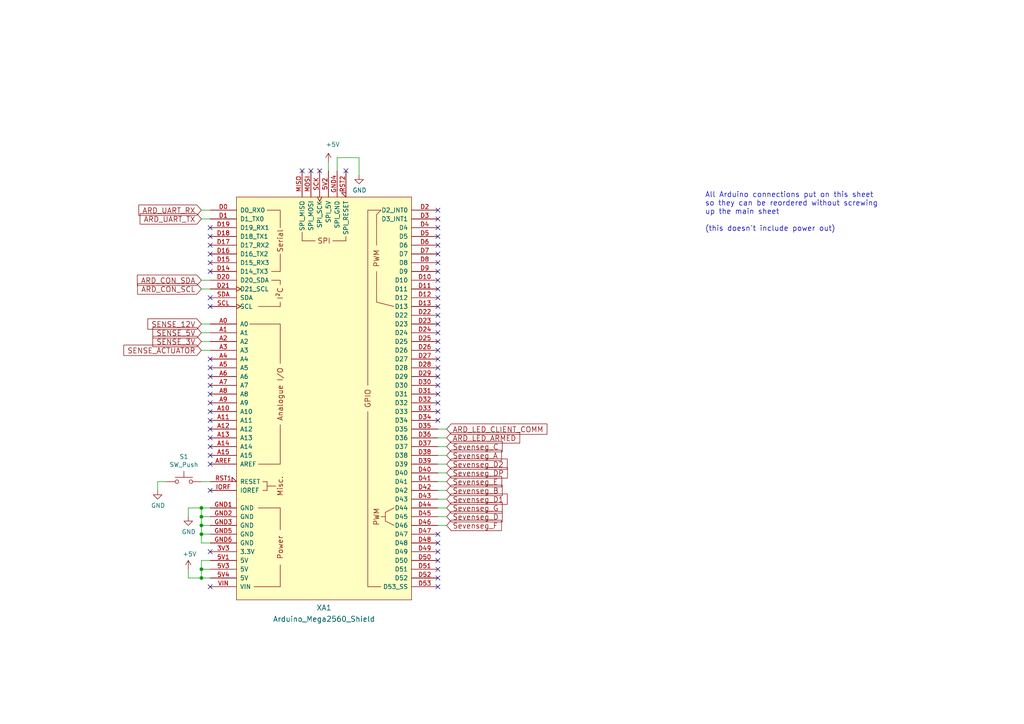
<source format=kicad_sch>
(kicad_sch (version 20211123) (generator eeschema)
  (paper "A4")
  (title_block (title "RLCS power board") (date "2017-09-24") (rev "A") (company "Waterloo Rocketry"))
  (lib_symbols
    (symbol "Switch:SW_Push" (pin_numbers hide) (pin_names (offset 1.016) hide)
      (property "Reference" "SW" (at 1.27 2.54 0))
      (property "Value" "SW_Push" (at 0 -1.524 0))
      (symbol "SW_Push_0_1"
        (circle (center -2.032 0) (radius 0.508))
        (polyline (pts (xy 0 1.27) (xy 0 3.048)))
        (polyline (pts (xy 2.54 1.27) (xy -2.54 1.27)))
        (circle (center 2.032 0) (radius 0.508))
        (pin passive line (at -5.08 0 0) (length 2.54) (name "1") (number "1"))
        (pin passive line (at 5.08 0 180) (length 2.54) (name "2") (number "2"))
      )
    )
    (symbol "arduino_mega:Arduino_Mega2560_Shield" (pin_names (offset 1.016))
      (property "Reference" "XA" (at 2.54 0 90))
      (property "Value" "Arduino_Mega2560_Shield" (at -2.54 0 90))
      (symbol "Arduino_Mega2560_Shield_0_0"
        (rectangle (start -25.4 -58.42) (end 25.4 58.42) (fill (type background)))
        (rectangle (start -20.32 -54.61) (end -12.7 -54.61))
        (rectangle (start -19.05 -31.75) (end -12.7 -31.75))
        (rectangle (start -19.05 -19.05) (end -12.7 -19.05))
        (rectangle (start -19.05 26.67) (end -12.7 26.67))
        (rectangle (start -17.78 -26.67) (end -16.51 -26.67))
        (rectangle (start -17.78 -24.13) (end -16.51 -24.13))
        (rectangle (start -16.51 -25.4) (end -13.97 -25.4))
        (rectangle (start -16.51 -24.13) (end -16.51 -26.67))
        (rectangle (start -16.51 54.61) (end -12.7 54.61))
        (rectangle (start -15.24 34.29) (end -12.7 34.29))
        (rectangle (start -15.24 36.83) (end -12.7 36.83))
        (rectangle (start -12.7 -54.61) (end -12.7 -48.26))
        (rectangle (start -12.7 -31.75) (end -12.7 -38.1))
        (rectangle (start -12.7 26.67) (end -12.7 27.94))
        (rectangle (start -12.7 34.29) (end -12.7 33.02))
        (rectangle (start -12.7 41.91) (end -12.7 36.83))
        (rectangle (start -12.7 49.53) (end -12.7 54.61))
        (rectangle (start -6.35 48.26) (end -6.35 45.72))
        (rectangle (start -2.54 45.72) (end -6.35 45.72))
        (polyline (pts (xy -21.59 21.59) (xy -12.7 21.59)))
        (polyline (pts (xy -12.7 -19.05) (xy -12.7 -7.62)))
        (polyline (pts (xy -12.7 10.16) (xy -12.7 21.59)))
        (polyline (pts (xy 12.7 -54.61) (xy 16.51 -54.61)))
        (polyline (pts (xy 12.7 54.61) (xy 16.51 54.61)))
        (polyline (pts (xy 17.78 -34.29) (xy 16.51 -34.29)))
        (polyline (pts (xy 15.24 36.83) (xy 15.24 27.94) (xy 20.32 26.67)))
        (polyline (pts (xy 15.24 44.45) (xy 15.24 53.34) (xy 16.51 54.61)))
        (polyline (pts (xy 20.32 -31.75) (xy 17.78 -33.02) (xy 17.78 -35.56) (xy 20.32 -36.83)))
        (rectangle (start 6.35 45.72) (end 2.54 45.72))
        (rectangle (start 6.35 46.99) (end 6.35 45.72))
        (text "Analogue I/O" (at -12.7 1.27 900) (effects (font (size 1.524 1.524))))
        (text "I²C" (at -12.7 30.48 900) (effects (font (size 1.524 1.524))))
        (text "Misc." (at -12.7 -25.4 900) (effects (font (size 1.524 1.524))))
        (text "Power" (at -12.7 -43.18 900) (effects (font (size 1.524 1.524))))
        (text "PWM" (at 15.24 -34.29 900) (effects (font (size 1.524 1.524))))
        (text "PWM" (at 15.24 40.64 900) (effects (font (size 1.524 1.524))))
        (text "Serial" (at -12.7 45.72 900) (effects (font (size 1.524 1.524))))
        (text "SPI" (at 0 45.72 0) (effects (font (size 1.524 1.524))))
      )
      (symbol "Arduino_Mega2560_Shield_1_0"
        (rectangle (start 12.7 -54.61) (end 12.7 -3.81))
        (rectangle (start 12.7 54.61) (end 12.7 3.81))
        (text "GPIO" (at 12.7 0 900) (effects (font (size 1.524 1.524))))
      )
      (symbol "Arduino_Mega2560_Shield_1_1"
        (pin power_in line (at -33.02 -44.45 0) (length 7.62) (name "3.3V") (number "3V3"))
        (pin power_in line (at -33.02 -46.99 0) (length 7.62) (name "5V") (number "5V1"))
        (pin power_in line (at 1.27 66.04 270) (length 7.62) (name "SPI_5V") (number "5V2"))
        (pin power_in line (at -33.02 -49.53 0) (length 7.62) (name "5V") (number "5V3"))
        (pin power_in line (at -33.02 -52.07 0) (length 7.62) (name "5V") (number "5V4"))
        (pin bidirectional line (at -33.02 21.59 0) (length 7.62) (name "A0") (number "A0"))
        (pin bidirectional line (at -33.02 19.05 0) (length 7.62) (name "A1") (number "A1"))
        (pin bidirectional line (at -33.02 -3.81 0) (length 7.62) (name "A10") (number "A10"))
        (pin bidirectional line (at -33.02 -6.35 0) (length 7.62) (name "A11") (number "A11"))
        (pin bidirectional line (at -33.02 -8.89 0) (length 7.62) (name "A12") (number "A12"))
        (pin bidirectional line (at -33.02 -11.43 0) (length 7.62) (name "A13") (number "A13"))
        (pin bidirectional line (at -33.02 -13.97 0) (length 7.62) (name "A14") (number "A14"))
        (pin bidirectional line (at -33.02 -16.51 0) (length 7.62) (name "A15") (number "A15"))
        (pin bidirectional line (at -33.02 16.51 0) (length 7.62) (name "A2") (number "A2"))
        (pin bidirectional line (at -33.02 13.97 0) (length 7.62) (name "A3") (number "A3"))
        (pin bidirectional line (at -33.02 11.43 0) (length 7.62) (name "A4") (number "A4"))
        (pin bidirectional line (at -33.02 8.89 0) (length 7.62) (name "A5") (number "A5"))
        (pin bidirectional line (at -33.02 6.35 0) (length 7.62) (name "A6") (number "A6"))
        (pin bidirectional line (at -33.02 3.81 0) (length 7.62) (name "A7") (number "A7"))
        (pin bidirectional line (at -33.02 1.27 0) (length 7.62) (name "A8") (number "A8"))
        (pin bidirectional line (at -33.02 -1.27 0) (length 7.62) (name "A9") (number "A9"))
        (pin input line (at -33.02 -19.05 0) (length 7.62) (name "AREF") (number "AREF"))
        (pin bidirectional line (at -33.02 54.61 0) (length 7.62) (name "D0_RX0") (number "D0"))
        (pin bidirectional line (at -33.02 52.07 0) (length 7.62) (name "D1_TX0") (number "D1"))
        (pin bidirectional line (at 33.02 34.29 180) (length 7.62) (name "D10") (number "D10"))
        (pin bidirectional line (at 33.02 31.75 180) (length 7.62) (name "D11") (number "D11"))
        (pin bidirectional line (at 33.02 29.21 180) (length 7.62) (name "D12") (number "D12"))
        (pin bidirectional line (at 33.02 26.67 180) (length 7.62) (name "D13") (number "D13"))
        (pin bidirectional line (at -33.02 36.83 0) (length 7.62) (name "D14_TX3") (number "D14"))
        (pin bidirectional line (at -33.02 39.37 0) (length 7.62) (name "D15_RX3") (number "D15"))
        (pin bidirectional line (at -33.02 41.91 0) (length 7.62) (name "D16_TX2") (number "D16"))
        (pin bidirectional line (at -33.02 44.45 0) (length 7.62) (name "D17_RX2") (number "D17"))
        (pin bidirectional line (at -33.02 46.99 0) (length 7.62) (name "D18_TX1") (number "D18"))
        (pin bidirectional line (at -33.02 49.53 0) (length 7.62) (name "D19_RX1") (number "D19"))
        (pin bidirectional line (at 33.02 54.61 180) (length 7.62) (name "D2_INT0") (number "D2"))
        (pin bidirectional line (at -33.02 34.29 0) (length 7.62) (name "D20_SDA") (number "D20"))
        (pin bidirectional clock (at -33.02 31.75 0) (length 7.62) (name "D21_SCL") (number "D21"))
        (pin bidirectional line (at 33.02 24.13 180) (length 7.62) (name "D22") (number "D22"))
        (pin bidirectional line (at 33.02 21.59 180) (length 7.62) (name "D23") (number "D23"))
        (pin bidirectional line (at 33.02 19.05 180) (length 7.62) (name "D24") (number "D24"))
        (pin bidirectional line (at 33.02 16.51 180) (length 7.62) (name "D25") (number "D25"))
        (pin bidirectional line (at 33.02 13.97 180) (length 7.62) (name "D26") (number "D26"))
        (pin bidirectional line (at 33.02 11.43 180) (length 7.62) (name "D27") (number "D27"))
        (pin bidirectional line (at 33.02 8.89 180) (length 7.62) (name "D28") (number "D28"))
        (pin bidirectional line (at 33.02 6.35 180) (length 7.62) (name "D29") (number "D29"))
        (pin bidirectional line (at 33.02 52.07 180) (length 7.62) (name "D3_INT1") (number "D3"))
        (pin bidirectional line (at 33.02 3.81 180) (length 7.62) (name "D30") (number "D30"))
        (pin bidirectional line (at 33.02 1.27 180) (length 7.62) (name "D31") (number "D31"))
        (pin bidirectional line (at 33.02 -1.27 180) (length 7.62) (name "D32") (number "D32"))
        (pin bidirectional line (at 33.02 -3.81 180) (length 7.62) (name "D33") (number "D33"))
        (pin bidirectional line (at 33.02 -6.35 180) (length 7.62) (name "D34") (number "D34"))
        (pin bidirectional line (at 33.02 -8.89 180) (length 7.62) (name "D35") (number "D35"))
        (pin bidirectional line (at 33.02 -11.43 180) (length 7.62) (name "D36") (number "D36"))
        (pin bidirectional line (at 33.02 -13.97 180) (length 7.62) (name "D37") (number "D37"))
        (pin bidirectional line (at 33.02 -16.51 180) (length 7.62) (name "D38") (number "D38"))
        (pin bidirectional line (at 33.02 -19.05 180) (length 7.62) (name "D39") (number "D39"))
        (pin bidirectional line (at 33.02 49.53 180) (length 7.62) (name "D4") (number "D4"))
        (pin bidirectional line (at 33.02 -21.59 180) (length 7.62) (name "D40") (number "D40"))
        (pin bidirectional line (at 33.02 -24.13 180) (length 7.62) (name "D41") (number "D41"))
        (pin bidirectional line (at 33.02 -26.67 180) (length 7.62) (name "D42") (number "D42"))
        (pin bidirectional line (at 33.02 -29.21 180) (length 7.62) (name "D43") (number "D43"))
        (pin bidirectional line (at 33.02 -31.75 180) (length 7.62) (name "D44") (number "D44"))
        (pin bidirectional line (at 33.02 -34.29 180) (length 7.62) (name "D45") (number "D45"))
        (pin bidirectional line (at 33.02 -36.83 180) (length 7.62) (name "D46") (number "D46"))
        (pin bidirectional line (at 33.02 -39.37 180) (length 7.62) (name "D47") (number "D47"))
        (pin bidirectional line (at 33.02 -41.91 180) (length 7.62) (name "D48") (number "D48"))
        (pin bidirectional line (at 33.02 -44.45 180) (length 7.62) (name "D49") (number "D49"))
        (pin bidirectional line (at 33.02 46.99 180) (length 7.62) (name "D5") (number "D5"))
        (pin bidirectional line (at 33.02 -46.99 180) (length 7.62) (name "D50") (number "D50"))
        (pin bidirectional line (at 33.02 -49.53 180) (length 7.62) (name "D51") (number "D51"))
        (pin bidirectional line (at 33.02 -52.07 180) (length 7.62) (name "D52") (number "D52"))
        (pin bidirectional line (at 33.02 -54.61 180) (length 7.62) (name "D53_SS") (number "D53"))
        (pin bidirectional line (at 33.02 44.45 180) (length 7.62) (name "D6") (number "D6"))
        (pin bidirectional line (at 33.02 41.91 180) (length 7.62) (name "D7") (number "D7"))
        (pin bidirectional line (at 33.02 39.37 180) (length 7.62) (name "D8") (number "D8"))
        (pin bidirectional line (at 33.02 36.83 180) (length 7.62) (name "D9") (number "D9"))
        (pin power_in line (at -33.02 -31.75 0) (length 7.62) (name "GND") (number "GND1"))
        (pin power_in line (at -33.02 -34.29 0) (length 7.62) (name "GND") (number "GND2"))
        (pin power_in line (at -33.02 -36.83 0) (length 7.62) (name "GND") (number "GND3"))
        (pin power_in line (at 3.81 66.04 270) (length 7.62) (name "SPI_GND") (number "GND4"))
        (pin power_in line (at -33.02 -39.37 0) (length 7.62) (name "GND") (number "GND5"))
        (pin power_in line (at -33.02 -41.91 0) (length 7.62) (name "GND") (number "GND6"))
        (pin output line (at -33.02 -26.67 0) (length 7.62) (name "IOREF") (number "IORF"))
        (pin input line (at -6.35 66.04 270) (length 7.62) (name "SPI_MISO") (number "MISO"))
        (pin output line (at -3.81 66.04 270) (length 7.62) (name "SPI_MOSI") (number "MOSI"))
        (pin open_collector input_low (at -33.02 -24.13 0) (length 7.62) (name "RESET") (number "RST1"))
        (pin open_collector input_low (at 6.35 66.04 270) (length 7.62) (name "SPI_RESET") (number "RST2"))
        (pin output clock (at -1.27 66.04 270) (length 7.62) (name "SPI_SCK") (number "SCK"))
        (pin bidirectional clock (at -33.02 26.67 0) (length 7.62) (name "SCL") (number "SCL"))
        (pin bidirectional line (at -33.02 29.21 0) (length 7.62) (name "SDA") (number "SDA"))
        (pin power_in line (at -33.02 -54.61 0) (length 7.62) (name "VIN") (number "VIN"))
      )
    )
    (symbol "power:+5V" (power) (pin_names (offset 0))
      (property "Value" "+5V" (at 0 3.556 0))
      (symbol "+5V_0_1"
        (polyline (pts (xy -0.762 1.27) (xy 0 2.54)))
        (polyline (pts (xy 0 0) (xy 0 2.54)))
        (polyline (pts (xy 0 2.54) (xy 0.762 1.27)))
      )
      (symbol "+5V_1_1"
        (pin power_in line (at 0 0 90) (length 0) hide (name "+5V") (number "1"))
      )
    )
    (symbol "power:GND" (power) (pin_names (offset 0))
      (property "Value" "GND" (at 0 -3.81 0))
      (symbol "GND_0_1"
        (polyline (pts (xy 0 0) (xy 0 -1.27) (xy 1.27 -1.27) (xy 0 -2.54) (xy -1.27 -1.27) (xy 0 -1.27)))
      )
      (symbol "GND_1_1"
        (pin power_in line (at 0 0 270) (length 0) hide (name "GND") (number "1"))
      )
    )
  )
  (junction (at 58.42 147.32))
  (junction (at 58.42 165.1))
  (junction (at 58.42 152.4))
  (junction (at 58.42 167.64))
  (junction (at 58.42 154.94))
  (junction (at 58.42 149.86))
  (no_connect (at 100.33 49.53))
  (no_connect (at 87.63 49.53))
  (no_connect (at 90.17 49.53))
  (no_connect (at 92.71 49.53))
  (no_connect (at 127 162.56))
  (no_connect (at 127 165.1))
  (no_connect (at 127 167.64))
  (no_connect (at 127 170.18))
  (no_connect (at 127 119.38))
  (no_connect (at 127 121.92))
  (no_connect (at 60.96 86.36))
  (no_connect (at 60.96 78.74))
  (no_connect (at 60.96 76.2))
  (no_connect (at 60.96 73.66))
  (no_connect (at 60.96 71.12))
  (no_connect (at 60.96 68.58))
  (no_connect (at 60.96 66.04))
  (no_connect (at 127 160.02))
  (no_connect (at 127 157.48))
  (no_connect (at 127 154.94))
  (no_connect (at 60.96 142.24))
  (no_connect (at 60.96 134.62))
  (no_connect (at 60.96 132.08))
  (no_connect (at 60.96 129.54))
  (no_connect (at 60.96 127))
  (no_connect (at 60.96 170.18))
  (no_connect (at 60.96 160.02))
  (no_connect (at 60.96 124.46))
  (no_connect (at 60.96 121.92))
  (no_connect (at 60.96 119.38))
  (no_connect (at 60.96 116.84))
  (no_connect (at 60.96 114.3))
  (no_connect (at 60.96 111.76))
  (no_connect (at 60.96 109.22))
  (no_connect (at 60.96 106.68))
  (no_connect (at 60.96 104.14))
  (no_connect (at 60.96 88.9))
  (no_connect (at 127 104.14))
  (no_connect (at 127 106.68))
  (no_connect (at 127 71.12))
  (no_connect (at 127 73.66))
  (no_connect (at 127 76.2))
  (no_connect (at 127 78.74))
  (no_connect (at 127 81.28))
  (no_connect (at 127 83.82))
  (no_connect (at 127 86.36))
  (no_connect (at 127 88.9))
  (no_connect (at 127 91.44))
  (no_connect (at 127 93.98))
  (no_connect (at 127 101.6))
  (no_connect (at 127 99.06))
  (no_connect (at 127 96.52))
  (no_connect (at 127 109.22))
  (no_connect (at 127 111.76))
  (no_connect (at 127 114.3))
  (no_connect (at 127 116.84))
  (no_connect (at 127 68.58))
  (no_connect (at 127 60.96))
  (no_connect (at 127 66.04))
  (no_connect (at 127 63.5))
  (wire (pts (xy 54.61 167.64) (xy 54.61 165.1)))
  (wire (pts (xy 58.42 147.32) (xy 54.61 147.32)))
  (wire (pts (xy 58.42 152.4) (xy 58.42 149.86)))
  (wire (pts (xy 60.96 162.56) (xy 58.42 162.56)))
  (wire (pts (xy 58.42 63.5) (xy 60.96 63.5)))
  (wire (pts (xy 58.42 154.94) (xy 58.42 152.4)))
  (wire (pts (xy 58.42 81.28) (xy 60.96 81.28)))
  (wire (pts (xy 54.61 147.32) (xy 54.61 149.86)))
  (wire (pts (xy 58.42 96.52) (xy 60.96 96.52)))
  (wire (pts (xy 58.42 60.96) (xy 60.96 60.96)))
  (wire (pts (xy 129.54 124.46) (xy 127 124.46)))
  (wire (pts (xy 58.42 165.1) (xy 60.96 165.1)))
  (wire (pts (xy 58.42 149.86) (xy 60.96 149.86)))
  (wire (pts (xy 129.54 149.86) (xy 127 149.86)))
  (wire (pts (xy 129.54 139.7) (xy 127 139.7)))
  (wire (pts (xy 58.42 167.64) (xy 60.96 167.64)))
  (wire (pts (xy 48.26 139.7) (xy 45.72 139.7)))
  (wire (pts (xy 60.96 152.4) (xy 58.42 152.4)))
  (wire (pts (xy 58.42 167.64) (xy 54.61 167.64)))
  (wire (pts (xy 58.42 165.1) (xy 58.42 167.64)))
  (wire (pts (xy 97.79 49.53) (xy 97.79 45.72)))
  (wire (pts (xy 58.42 93.98) (xy 60.96 93.98)))
  (wire (pts (xy 129.54 147.32) (xy 127 147.32)))
  (wire (pts (xy 95.25 46.99) (xy 95.25 49.53)))
  (wire (pts (xy 58.42 157.48) (xy 58.42 154.94)))
  (wire (pts (xy 104.14 50.8) (xy 104.14 45.72)))
  (wire (pts (xy 58.42 83.82) (xy 60.96 83.82)))
  (wire (pts (xy 129.54 144.78) (xy 127 144.78)))
  (wire (pts (xy 45.72 139.7) (xy 45.72 142.24)))
  (wire (pts (xy 58.42 99.06) (xy 60.96 99.06)))
  (wire (pts (xy 129.54 137.16) (xy 127 137.16)))
  (wire (pts (xy 127 129.54) (xy 129.54 129.54)))
  (wire (pts (xy 129.54 134.62) (xy 127 134.62)))
  (wire (pts (xy 129.54 142.24) (xy 127 142.24)))
  (wire (pts (xy 129.54 132.08) (xy 127 132.08)))
  (wire (pts (xy 58.42 147.32) (xy 58.42 149.86)))
  (wire (pts (xy 58.42 139.7) (xy 60.96 139.7)))
  (wire (pts (xy 129.54 152.4) (xy 127 152.4)))
  (wire (pts (xy 60.96 157.48) (xy 58.42 157.48)))
  (wire (pts (xy 58.42 101.6) (xy 60.96 101.6)))
  (wire (pts (xy 97.79 45.72) (xy 104.14 45.72)))
  (wire (pts (xy 60.96 154.94) (xy 58.42 154.94)))
  (wire (pts (xy 58.42 162.56) (xy 58.42 165.1)))
  (wire (pts (xy 129.54 127) (xy 127 127)))
  (wire (pts (xy 60.96 147.32) (xy 58.42 147.32)))
  (text "All Arduino connections put on this sheet\nso they can be reordered without screwing\nup the main sheet\n\n(this doesn't include power out)" (at 204.47 67.31 0) (effects (font (size 1.524 1.524)) (justify left bottom)))
  (global_label "Sevenseg_B" (shape input) (at 129.54 142.24 0) (effects (font (size 1.524 1.524))) (property "Intersheet References" "${INTERSHEET_REFS}" (effects hide)))
  (global_label "ARD_CON_SCL" (shape input) (at 58.42 83.82 180) (effects (font (size 1.524 1.524))) (property "Intersheet References" "${INTERSHEET_REFS}" (effects hide)))
  (global_label "Sevenseg_F" (shape input) (at 129.54 152.4 0) (effects (font (size 1.524 1.524))) (property "Intersheet References" "${INTERSHEET_REFS}" (effects hide)))
  (global_label "ARD_UART_TX" (shape input) (at 58.42 63.5 180) (effects (font (size 1.524 1.524))) (property "Intersheet References" "${INTERSHEET_REFS}" (effects hide)))
  (global_label "Sevenseg_D1" (shape input) (at 129.54 144.78 0) (effects (font (size 1.524 1.524))) (property "Intersheet References" "${INTERSHEET_REFS}" (effects hide)))
  (global_label "Sevenseg_G" (shape input) (at 129.54 147.32 0) (effects (font (size 1.524 1.524))) (property "Intersheet References" "${INTERSHEET_REFS}" (effects hide)))
  (global_label "ARD_UART_RX" (shape input) (at 58.42 60.96 180) (effects (font (size 1.524 1.524))) (property "Intersheet References" "${INTERSHEET_REFS}" (effects hide)))
  (global_label "SENSE_12V" (shape input) (at 58.42 93.98 180) (effects (font (size 1.524 1.524))) (property "Intersheet References" "${INTERSHEET_REFS}" (effects hide)))
  (global_label "Sevenseg_C" (shape input) (at 129.54 129.54 0) (effects (font (size 1.524 1.524))) (property "Intersheet References" "${INTERSHEET_REFS}" (effects hide)))
  (global_label "SENSE_ACTUATOR" (shape input) (at 58.42 101.6 180) (effects (font (size 1.524 1.524))) (property "Intersheet References" "${INTERSHEET_REFS}" (effects hide)))
  (global_label "Sevenseg_D2" (shape input) (at 129.54 134.62 0) (effects (font (size 1.524 1.524))) (property "Intersheet References" "${INTERSHEET_REFS}" (effects hide)))
  (global_label "Sevenseg_A" (shape input) (at 129.54 132.08 0) (effects (font (size 1.524 1.524))) (property "Intersheet References" "${INTERSHEET_REFS}" (effects hide)))
  (global_label "ARD_LED_ARMED" (shape input) (at 129.54 127 0) (effects (font (size 1.524 1.524))) (property "Intersheet References" "${INTERSHEET_REFS}" (effects hide)))
  (global_label "ARD_CON_SDA" (shape input) (at 58.42 81.28 180) (effects (font (size 1.524 1.524))) (property "Intersheet References" "${INTERSHEET_REFS}" (effects hide)))
  (global_label "Sevenseg_E" (shape input) (at 129.54 139.7 0) (effects (font (size 1.524 1.524))) (property "Intersheet References" "${INTERSHEET_REFS}" (effects hide)))
  (global_label "SENSE_5V" (shape input) (at 58.42 96.52 180) (effects (font (size 1.524 1.524))) (property "Intersheet References" "${INTERSHEET_REFS}" (effects hide)))
  (global_label "SENSE_3V" (shape input) (at 58.42 99.06 180) (effects (font (size 1.524 1.524))) (property "Intersheet References" "${INTERSHEET_REFS}" (effects hide)))
  (global_label "Sevenseg_DP" (shape input) (at 129.54 137.16 0) (effects (font (size 1.524 1.524))) (property "Intersheet References" "${INTERSHEET_REFS}" (effects hide)))
  (global_label "Sevenseg_D" (shape input) (at 129.54 149.86 0) (effects (font (size 1.524 1.524))) (property "Intersheet References" "${INTERSHEET_REFS}" (effects hide)))
  (global_label "ARD_LED_CLIENT_COMM" (shape input) (at 129.54 124.46 0) (effects (font (size 1.524 1.524))) (property "Intersheet References" "${INTERSHEET_REFS}" (effects hide)))
  (symbol (lib_id "power:GND") (at 45.72 142.24 0) (unit 1)
    (property "Reference" "#PWR035" (effects hide))
    (property "Value" "GND" (at 45.847 146.6342 0))
  )
  (symbol (lib_id "power:GND") (at 104.14 50.8 0) (unit 1)
    (property "Reference" "#PWR039" (effects hide))
    (property "Value" "GND" (at 104.267 55.1942 0))
  )
  (symbol (lib_id "power:+5V") (at 54.61 165.1 0) (unit 1)
    (property "Reference" "#PWR037" (effects hide))
    (property "Value" "+5V" (at 54.991 160.7058 0))
  )
  (symbol (lib_id "power:GND") (at 54.61 149.86 0) (unit 1)
    (property "Reference" "#PWR036" (effects hide))
    (property "Value" "GND" (at 54.737 154.2542 0))
  )
  (symbol (lib_id "Switch:SW_Push") (at 53.34 139.7 0) (unit 1)
    (property "Reference" "S1" (at 53.34 132.461 0))
    (property "Value" "SW_Push" (at 53.34 134.7724 0))
    (property "Footprint" "Button_Switch_THT:SW_PUSH_6mm" (effects hide))
  )
  (symbol (lib_id "power:+5V") (at 95.25 46.99 0) (unit 1)
    (property "Reference" "#PWR038" (effects hide))
    (property "Value" "+5V" (at 96.52 41.91 0))
  )
  (symbol (lib_id "arduino_mega:Arduino_Mega2560_Shield") (at 93.98 115.57 0) (unit 1)
    (property "Reference" "XA1" (at 93.98 176.2645 0) (effects (font (size 1.524 1.524))))
    (property "Value" "Arduino_Mega2560_Shield" (at 93.98 179.5435 0) (effects (font (size 1.524 1.524))))
    (property "Footprint" "rlcs_power_footprints:Arduino_Mega2560_Shield" (effects hide))
  )
)
</source>
